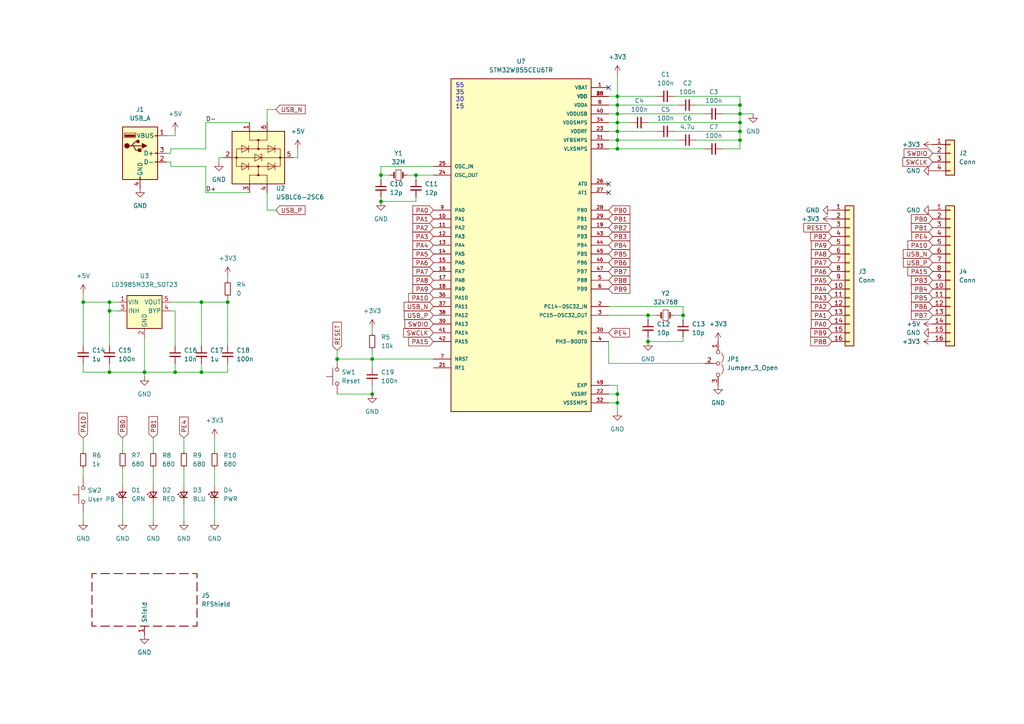
<source format=kicad_sch>
(kicad_sch (version 20211123) (generator eeschema)
  (paper "A4")
  (lib_symbols
    (symbol "+5V_1" (power) (pin_numbers hide) (pin_names (offset 0) hide)
      (property "Value" "+5V_1" (at 0 3.556 0))
      (symbol "+5V_1_0_1"
        (polyline (pts (xy -0.762 1.27) (xy 0 2.54)))
        (polyline (pts (xy 0 0) (xy 0 2.54)))
        (polyline (pts (xy 0 2.54) (xy 0.762 1.27)))
      )
      (symbol "+5V_1_1_1"
        (pin power_in line (at 0 0 90) (length 0) hide (name "+5V") (number "1"))
      )
    )
    (symbol "Connector:USB_A" (pin_names (offset 1.016))
      (property "Reference" "J?" (at 0 12.7 0))
      (property "Value" "USB_A" (at 0 10.16 0))
      (symbol "USB_A_0_1"
        (rectangle (start -5.08 -7.62) (end 5.08 7.62) (stroke (width 0.254)) (fill (type background)))
        (circle (center -3.81 2.159) (radius 0.635) (stroke (width 0.254)) (fill (type outline)))
        (rectangle (start -1.524 4.826) (end -4.318 5.334) (fill (type outline)))
        (rectangle (start -1.27 4.572) (end -4.572 5.842))
        (circle (center -0.635 3.429) (radius 0.381) (stroke (width 0.254)) (fill (type outline)))
        (rectangle (start -0.127 -7.62) (end 0.127 -6.858))
        (polyline (pts (xy -3.175 2.159) (xy -2.54 2.159) (xy -1.27 3.429) (xy -0.635 3.429)) (stroke (width 0.254)))
        (polyline (pts (xy -2.54 2.159) (xy -1.905 2.159) (xy -1.27 0.889) (xy 0 0.889)) (stroke (width 0.254)))
        (polyline (pts (xy 0.635 2.794) (xy 0.635 1.524) (xy 1.905 2.159) (xy 0.635 2.794)) (stroke (width 0.254)) (fill (type outline)))
        (rectangle (start 0.254 1.27) (end -0.508 0.508) (stroke (width 0.254)) (fill (type outline)))
        (rectangle (start 5.08 -2.667) (end 4.318 -2.413))
        (rectangle (start 5.08 -0.127) (end 4.318 0.127))
        (rectangle (start 5.08 4.953) (end 4.318 5.207))
      )
      (symbol "USB_A_1_1"
        (polyline (pts (xy -1.905 2.159) (xy 0.635 2.159)) (stroke (width 0.254)))
        (pin power_in line (at 7.62 5.08 180) (length 2.54) (name "VBUS") (number "1"))
        (pin bidirectional line (at 7.62 -2.54 180) (length 2.54) (name "D-") (number "2"))
        (pin bidirectional line (at 7.62 0 180) (length 2.54) (name "D+") (number "3"))
        (pin power_in line (at 0 -10.16 90) (length 2.54) (name "GND") (number "4"))
      )
    )
    (symbol "Connector_Generic:Conn_01x04" (pin_names (offset 1.016) hide)
      (property "Reference" "J" (at 0 5.08 0))
      (property "Value" "Conn_01x04" (at 0 -7.62 0))
      (symbol "Conn_01x04_1_1"
        (rectangle (start -1.27 -4.953) (end 0 -5.207) (stroke (width 0.1524)))
        (rectangle (start -1.27 -2.413) (end 0 -2.667) (stroke (width 0.1524)))
        (rectangle (start -1.27 0.127) (end 0 -0.127) (stroke (width 0.1524)))
        (rectangle (start -1.27 2.667) (end 0 2.413) (stroke (width 0.1524)))
        (rectangle (start -1.27 3.81) (end 1.27 -6.35) (stroke (width 0.254)) (fill (type background)))
        (pin passive line (at -5.08 2.54 0) (length 3.81) (name "Pin_1") (number "1"))
        (pin passive line (at -5.08 0 0) (length 3.81) (name "Pin_2") (number "2"))
        (pin passive line (at -5.08 -2.54 0) (length 3.81) (name "Pin_3") (number "3"))
        (pin passive line (at -5.08 -5.08 0) (length 3.81) (name "Pin_4") (number "4"))
      )
    )
    (symbol "Connector_Generic:Conn_01x16" (pin_names (offset 1.016) hide)
      (property "Reference" "J" (at 0 20.32 0))
      (property "Value" "Conn_01x16" (at 0 -22.86 0))
      (symbol "Conn_01x16_1_1"
        (rectangle (start -1.27 -20.193) (end 0 -20.447) (stroke (width 0.1524)))
        (rectangle (start -1.27 -17.653) (end 0 -17.907) (stroke (width 0.1524)))
        (rectangle (start -1.27 -15.113) (end 0 -15.367) (stroke (width 0.1524)))
        (rectangle (start -1.27 -12.573) (end 0 -12.827) (stroke (width 0.1524)))
        (rectangle (start -1.27 -10.033) (end 0 -10.287) (stroke (width 0.1524)))
        (rectangle (start -1.27 -7.493) (end 0 -7.747) (stroke (width 0.1524)))
        (rectangle (start -1.27 -4.953) (end 0 -5.207) (stroke (width 0.1524)))
        (rectangle (start -1.27 -2.413) (end 0 -2.667) (stroke (width 0.1524)))
        (rectangle (start -1.27 0.127) (end 0 -0.127) (stroke (width 0.1524)))
        (rectangle (start -1.27 2.667) (end 0 2.413) (stroke (width 0.1524)))
        (rectangle (start -1.27 5.207) (end 0 4.953) (stroke (width 0.1524)))
        (rectangle (start -1.27 7.747) (end 0 7.493) (stroke (width 0.1524)))
        (rectangle (start -1.27 10.287) (end 0 10.033) (stroke (width 0.1524)))
        (rectangle (start -1.27 12.827) (end 0 12.573) (stroke (width 0.1524)))
        (rectangle (start -1.27 15.367) (end 0 15.113) (stroke (width 0.1524)))
        (rectangle (start -1.27 17.907) (end 0 17.653) (stroke (width 0.1524)))
        (rectangle (start -1.27 19.05) (end 1.27 -21.59) (stroke (width 0.254)) (fill (type background)))
        (pin passive line (at -5.08 17.78 0) (length 3.81) (name "Pin_1") (number "1"))
        (pin passive line (at -5.08 -5.08 0) (length 3.81) (name "Pin_10") (number "10"))
        (pin passive line (at -5.08 -7.62 0) (length 3.81) (name "Pin_11") (number "11"))
        (pin passive line (at -5.08 -10.16 0) (length 3.81) (name "Pin_12") (number "12"))
        (pin passive line (at -5.08 -12.7 0) (length 3.81) (name "Pin_13") (number "13"))
        (pin passive line (at -5.08 -15.24 0) (length 3.81) (name "Pin_14") (number "14"))
        (pin passive line (at -5.08 -17.78 0) (length 3.81) (name "Pin_15") (number "15"))
        (pin passive line (at -5.08 -20.32 0) (length 3.81) (name "Pin_16") (number "16"))
        (pin passive line (at -5.08 15.24 0) (length 3.81) (name "Pin_2") (number "2"))
        (pin passive line (at -5.08 12.7 0) (length 3.81) (name "Pin_3") (number "3"))
        (pin passive line (at -5.08 10.16 0) (length 3.81) (name "Pin_4") (number "4"))
        (pin passive line (at -5.08 7.62 0) (length 3.81) (name "Pin_5") (number "5"))
        (pin passive line (at -5.08 5.08 0) (length 3.81) (name "Pin_6") (number "6"))
        (pin passive line (at -5.08 2.54 0) (length 3.81) (name "Pin_7") (number "7"))
        (pin passive line (at -5.08 0 0) (length 3.81) (name "Pin_8") (number "8"))
        (pin passive line (at -5.08 -2.54 0) (length 3.81) (name "Pin_9") (number "9"))
      )
    )
    (symbol "Device:C_Small" (pin_numbers hide) (pin_names (offset 0.254) hide)
      (property "Reference" "C" (at 0.254 1.778 0))
      (property "Value" "C_Small" (at 0.254 -2.032 0))
      (symbol "C_Small_0_1"
        (polyline (pts (xy -1.524 -0.508) (xy 1.524 -0.508)) (stroke (width 0.3302)))
        (polyline (pts (xy -1.524 0.508) (xy 1.524 0.508)) (stroke (width 0.3048)))
      )
      (symbol "C_Small_1_1"
        (pin passive line (at 0 2.54 270) (length 2.032) (name "~") (number "1"))
        (pin passive line (at 0 -2.54 90) (length 2.032) (name "~") (number "2"))
      )
    )
    (symbol "Device:Crystal_Small" (pin_numbers hide) (pin_names (offset 1.016) hide)
      (property "Reference" "Y" (at 0 2.54 0))
      (property "Value" "Crystal_Small" (at 0 -2.54 0))
      (symbol "Crystal_Small_0_1"
        (rectangle (start -0.762 -1.524) (end 0.762 1.524))
        (polyline (pts (xy -1.27 -0.762) (xy -1.27 0.762)) (stroke (width 0.381)))
        (polyline (pts (xy 1.27 -0.762) (xy 1.27 0.762)) (stroke (width 0.381)))
      )
      (symbol "Crystal_Small_1_1"
        (pin passive line (at -2.54 0 0) (length 1.27) (name "1") (number "1"))
        (pin passive line (at 2.54 0 180) (length 1.27) (name "2") (number "2"))
      )
    )
    (symbol "Device:LED_Small" (pin_numbers hide) (pin_names (offset 0.254) hide)
      (property "Reference" "D" (at -1.27 3.175 0))
      (property "Value" "LED_Small" (at -4.445 -2.54 0))
      (symbol "LED_Small_0_1"
        (polyline (pts (xy -0.762 -1.016) (xy -0.762 1.016)) (stroke (width 0.254)))
        (polyline (pts (xy 1.016 0) (xy -0.762 0)))
        (polyline (pts (xy 0.762 -1.016) (xy -0.762 0) (xy 0.762 1.016) (xy 0.762 -1.016)) (stroke (width 0.254)))
        (polyline (pts (xy 0 0.762) (xy -0.508 1.27) (xy -0.254 1.27) (xy -0.508 1.27) (xy -0.508 1.016)))
        (polyline (pts (xy 0.508 1.27) (xy 0 1.778) (xy 0.254 1.778) (xy 0 1.778) (xy 0 1.524)))
      )
      (symbol "LED_Small_1_1"
        (pin passive line (at -2.54 0 0) (length 1.778) (name "K") (number "1"))
        (pin passive line (at 2.54 0 180) (length 1.778) (name "A") (number "2"))
      )
    )
    (symbol "Device:RFShield_OnePiece" (pin_names (offset 1.016))
      (property "Reference" "J" (at 0 5.08 0))
      (property "Value" "RFShield_OnePiece" (at 0 2.54 0))
      (symbol "RFShield_OnePiece_0_1"
        (polyline (pts (xy -15.24 -5.08) (xy -15.24 -2.54)) (stroke (width 0.254)))
        (polyline (pts (xy -15.24 -1.27) (xy -15.24 1.27)) (stroke (width 0.254)))
        (polyline (pts (xy -15.24 2.54) (xy -15.24 5.08)) (stroke (width 0.254)))
        (polyline (pts (xy -12.7 7.62) (xy -10.16 7.62)) (stroke (width 0.254)))
        (polyline (pts (xy -10.16 -7.62) (xy -12.7 -7.62)) (stroke (width 0.254)))
        (polyline (pts (xy -6.35 -7.62) (xy -8.89 -7.62)) (stroke (width 0.254)))
        (polyline (pts (xy -6.35 7.62) (xy -8.89 7.62)) (stroke (width 0.254)))
        (polyline (pts (xy -2.54 -7.62) (xy -5.08 -7.62)) (stroke (width 0.254)))
        (polyline (pts (xy -2.54 7.62) (xy -5.08 7.62)) (stroke (width 0.254)))
        (polyline (pts (xy -1.27 -7.62) (xy 1.27 -7.62)) (stroke (width 0.254)))
        (polyline (pts (xy 1.27 7.62) (xy -1.27 7.62)) (stroke (width 0.254)))
        (polyline (pts (xy 2.54 -7.62) (xy 5.08 -7.62)) (stroke (width 0.254)))
        (polyline (pts (xy 5.08 7.62) (xy 2.54 7.62)) (stroke (width 0.254)))
        (polyline (pts (xy 6.35 -7.62) (xy 8.89 -7.62)) (stroke (width 0.254)))
        (polyline (pts (xy 8.89 7.62) (xy 6.35 7.62)) (stroke (width 0.254)))
        (polyline (pts (xy 10.16 -7.62) (xy 12.7 -7.62)) (stroke (width 0.254)))
        (polyline (pts (xy 12.7 7.62) (xy 10.16 7.62)) (stroke (width 0.254)))
        (polyline (pts (xy 15.24 -5.08) (xy 15.24 -2.54)) (stroke (width 0.254)))
        (polyline (pts (xy 15.24 -1.27) (xy 15.24 1.27)) (stroke (width 0.254)))
        (polyline (pts (xy 15.24 2.54) (xy 15.24 5.08)) (stroke (width 0.254)))
        (polyline (pts (xy -15.24 6.35) (xy -15.24 7.62) (xy -13.97 7.62)) (stroke (width 0.254)))
        (polyline (pts (xy -13.97 -7.62) (xy -15.24 -7.62) (xy -15.24 -6.35)) (stroke (width 0.254)))
        (polyline (pts (xy 13.97 -7.62) (xy 15.24 -7.62) (xy 15.24 -6.35)) (stroke (width 0.254)))
        (polyline (pts (xy 15.24 6.35) (xy 15.24 7.62) (xy 13.97 7.62)) (stroke (width 0.254)))
      )
      (symbol "RFShield_OnePiece_1_1"
        (pin passive line (at 0 -10.16 90) (length 2.54) (name "Shield") (number "1"))
      )
    )
    (symbol "Device:R_Small" (pin_numbers hide) (pin_names (offset 0.254) hide)
      (property "Reference" "R" (at 0.762 0.508 0))
      (property "Value" "R_Small" (at 0.762 -1.016 0))
      (symbol "R_Small_0_1"
        (rectangle (start -0.762 1.778) (end 0.762 -1.778) (stroke (width 0.2032)))
      )
      (symbol "R_Small_1_1"
        (pin passive line (at 0 2.54 270) (length 0.762) (name "~") (number "1"))
        (pin passive line (at 0 -2.54 90) (length 0.762) (name "~") (number "2"))
      )
    )
    (symbol "GND_1" (power) (pin_numbers hide) (pin_names (offset 0) hide)
      (property "Value" "GND_1" (at 0 -3.81 0))
      (symbol "GND_1_0_1"
        (polyline (pts (xy 0 0) (xy 0 -1.27) (xy 1.27 -1.27) (xy 0 -2.54) (xy -1.27 -1.27) (xy 0 -1.27)))
      )
      (symbol "GND_1_1_1"
        (pin power_in line (at 0 0 270) (length 0) hide (name "GND") (number "1"))
      )
    )
    (symbol "Jumper:Jumper_3_Open" (pin_names (offset 0) hide)
      (property "Reference" "JP" (at -2.54 -2.54 0))
      (property "Value" "Jumper_3_Open" (at 0 2.794 0))
      (symbol "Jumper_3_Open_0_0"
        (circle (center -3.302 0) (radius 0.508))
        (circle (center 0 0) (radius 0.508))
        (circle (center 3.302 0) (radius 0.508))
      )
      (symbol "Jumper_3_Open_0_1"
        (arc (start -0.254 1.016) (mid -1.651 1.4992) (end -3.048 1.016))
        (polyline (pts (xy 0 -0.508) (xy 0 -1.27)))
        (arc (start 3.048 1.016) (mid 1.651 1.4992) (end 0.254 1.016))
      )
      (symbol "Jumper_3_Open_1_1"
        (pin passive line (at -6.35 0 0) (length 2.54) (name "A") (number "1"))
        (pin input line (at 0 -3.81 90) (length 2.54) (name "C") (number "2"))
        (pin passive line (at 6.35 0 180) (length 2.54) (name "B") (number "3"))
      )
    )
    (symbol "Power_Protection:USBLC6-2SC6" (pin_names hide)
      (property "Reference" "U" (at 2.54 8.89 0))
      (property "Value" "USBLC6-2SC6" (at 2.54 -8.89 0))
      (symbol "USBLC6-2SC6_0_1"
        (rectangle (start -7.62 -7.62) (end 7.62 7.62) (stroke (width 0.254)) (fill (type background)))
        (circle (center -5.08 0) (radius 0.254) (fill (type outline)))
        (circle (center -2.54 0) (radius 0.254) (fill (type outline)))
        (rectangle (start -2.54 6.35) (end 2.54 -6.35))
        (circle (center 0 -6.35) (radius 0.254) (fill (type outline)))
        (polyline (pts (xy -5.08 -2.54) (xy -7.62 -2.54)))
        (polyline (pts (xy -5.08 0) (xy -5.08 -2.54)))
        (polyline (pts (xy -5.08 2.54) (xy -7.62 2.54)))
        (polyline (pts (xy -1.524 -2.794) (xy -3.556 -2.794)))
        (polyline (pts (xy -1.524 4.826) (xy -3.556 4.826)))
        (polyline (pts (xy 0 -7.62) (xy 0 -6.35)))
        (polyline (pts (xy 0 -6.35) (xy 0 1.27)))
        (polyline (pts (xy 0 1.27) (xy 0 6.35)))
        (polyline (pts (xy 0 6.35) (xy 0 7.62)))
        (polyline (pts (xy 1.524 -2.794) (xy 3.556 -2.794)))
        (polyline (pts (xy 1.524 4.826) (xy 3.556 4.826)))
        (polyline (pts (xy 5.08 -2.54) (xy 7.62 -2.54)))
        (polyline (pts (xy 5.08 0) (xy 5.08 -2.54)))
        (polyline (pts (xy 5.08 2.54) (xy 7.62 2.54)))
        (polyline (pts (xy -2.54 0) (xy -5.08 0) (xy -5.08 2.54)))
        (polyline (pts (xy 2.54 0) (xy 5.08 0) (xy 5.08 2.54)))
        (polyline (pts (xy -3.556 -4.826) (xy -1.524 -4.826) (xy -2.54 -2.794) (xy -3.556 -4.826)))
        (polyline (pts (xy -3.556 2.794) (xy -1.524 2.794) (xy -2.54 4.826) (xy -3.556 2.794)))
        (polyline (pts (xy -1.016 -1.016) (xy 1.016 -1.016) (xy 0 1.016) (xy -1.016 -1.016)))
        (polyline (pts (xy 1.016 1.016) (xy 0.762 1.016) (xy -1.016 1.016) (xy -1.016 0.508)))
        (polyline (pts (xy 3.556 -4.826) (xy 1.524 -4.826) (xy 2.54 -2.794) (xy 3.556 -4.826)))
        (polyline (pts (xy 3.556 2.794) (xy 1.524 2.794) (xy 2.54 4.826) (xy 3.556 2.794)))
        (circle (center 0 6.35) (radius 0.254) (fill (type outline)))
        (circle (center 2.54 0) (radius 0.254) (fill (type outline)))
        (circle (center 5.08 0) (radius 0.254) (fill (type outline)))
      )
      (symbol "USBLC6-2SC6_1_1"
        (pin passive line (at -10.16 -2.54 0) (length 2.54) (name "I/O1") (number "1"))
        (pin passive line (at 0 -10.16 90) (length 2.54) (name "GND") (number "2"))
        (pin passive line (at 10.16 -2.54 180) (length 2.54) (name "I/O2") (number "3"))
        (pin passive line (at 10.16 2.54 180) (length 2.54) (name "I/O2") (number "4"))
        (pin passive line (at 0 10.16 270) (length 2.54) (name "VBUS") (number "5"))
        (pin passive line (at -10.16 2.54 0) (length 2.54) (name "I/O1") (number "6"))
      )
    )
    (symbol "Regulator_Linear:LD3985M33R_SOT23" (pin_names (offset 0.254))
      (property "Reference" "U" (at -3.81 5.715 0))
      (property "Value" "LD3985M33R_SOT23" (at 0 5.715 0))
      (symbol "LD3985M33R_SOT23_0_1"
        (rectangle (start -5.08 4.445) (end 5.08 -5.08) (stroke (width 0.254)) (fill (type background)))
      )
      (symbol "LD3985M33R_SOT23_1_1"
        (pin power_in line (at -7.62 2.54 0) (length 2.54) (name "VIN") (number "1"))
        (pin power_in line (at 0 -7.62 90) (length 2.54) (name "GND") (number "2"))
        (pin input line (at -7.62 0 0) (length 2.54) (name "INH") (number "3"))
        (pin input line (at 7.62 0 180) (length 2.54) (name "BYP") (number "4"))
        (pin power_out line (at 7.62 2.54 180) (length 2.54) (name "VOUT") (number "5"))
      )
    )
    (symbol "STM32WBxx:STM32WB55CEU6TR" (pin_names (offset 1.016))
      (property "Reference" "U" (at -20.32 48.26 0))
      (property "Value" "STM32WB55CEU6TR" (at -20.32 -50.8 0))
      (symbol "STM32WB55CEU6TR_0_0"
        (rectangle (start -20.32 -48.26) (end 20.32 48.26) (stroke (width 0.254)) (fill (type background)))
        (pin power_in line (at 25.4 45.72 180) (length 5.08) (name "VBAT") (number "1"))
        (pin bidirectional line (at -25.4 7.62 0) (length 5.08) (name "PA1") (number "10"))
        (pin bidirectional line (at -25.4 5.08 0) (length 5.08) (name "PA2") (number "11"))
        (pin bidirectional line (at -25.4 2.54 0) (length 5.08) (name "PA3") (number "12"))
        (pin bidirectional line (at -25.4 0 0) (length 5.08) (name "PA4") (number "13"))
        (pin bidirectional line (at -25.4 -2.54 0) (length 5.08) (name "PA5") (number "14"))
        (pin bidirectional line (at -25.4 -5.08 0) (length 5.08) (name "PA6") (number "15"))
        (pin bidirectional line (at -25.4 -7.62 0) (length 5.08) (name "PA7") (number "16"))
        (pin bidirectional line (at -25.4 -10.16 0) (length 5.08) (name "PA8") (number "17"))
        (pin bidirectional line (at -25.4 -12.7 0) (length 5.08) (name "PA9") (number "18"))
        (pin bidirectional line (at 25.4 5.08 180) (length 5.08) (name "PB2") (number "19"))
        (pin bidirectional line (at 25.4 -17.78 180) (length 5.08) (name "PC14-OSC32_IN") (number "2"))
        (pin power_in line (at 25.4 43.18 180) (length 5.08) (name "VDD") (number "20"))
        (pin bidirectional line (at -25.4 -35.56 0) (length 5.08) (name "RF1") (number "21"))
        (pin power_in line (at 25.4 -43.18 180) (length 5.08) (name "VSSRF") (number "22"))
        (pin power_in line (at 25.4 33.02 180) (length 5.08) (name "VDDRF") (number "23"))
        (pin output line (at -25.4 20.32 0) (length 5.08) (name "OSC_OUT") (number "24"))
        (pin input line (at -25.4 22.86 0) (length 5.08) (name "OSC_IN") (number "25"))
        (pin output line (at 25.4 17.78 180) (length 5.08) (name "AT0") (number "26"))
        (pin output line (at 25.4 15.24 180) (length 5.08) (name "AT1") (number "27"))
        (pin bidirectional line (at 25.4 10.16 180) (length 5.08) (name "PB0") (number "28"))
        (pin bidirectional line (at 25.4 7.62 180) (length 5.08) (name "PB1") (number "29"))
        (pin bidirectional line (at 25.4 -20.32 180) (length 5.08) (name "PC15-OSC32_OUT") (number "3"))
        (pin bidirectional line (at 25.4 -25.4 180) (length 5.08) (name "PE4") (number "30"))
        (pin power_in line (at 25.4 30.48 180) (length 5.08) (name "VFBSMPS") (number "31"))
        (pin power_in line (at 25.4 -45.72 180) (length 5.08) (name "VSSSMPS") (number "32"))
        (pin power_in line (at 25.4 27.94 180) (length 5.08) (name "VLXSMPS") (number "33"))
        (pin power_in line (at 25.4 35.56 180) (length 5.08) (name "VDDSMPS") (number "34"))
        (pin power_in line (at 25.4 43.18 180) (length 5.08) (name "VDD") (number "35"))
        (pin bidirectional line (at -25.4 -15.24 0) (length 5.08) (name "PA10") (number "36"))
        (pin bidirectional line (at -25.4 -17.78 0) (length 5.08) (name "PA11") (number "37"))
        (pin bidirectional line (at -25.4 -20.32 0) (length 5.08) (name "PA12") (number "38"))
        (pin bidirectional line (at -25.4 -22.86 0) (length 5.08) (name "PA13") (number "39"))
        (pin bidirectional line (at 25.4 -27.94 180) (length 5.08) (name "PH3-BOOT0") (number "4"))
        (pin power_in line (at 25.4 38.1 180) (length 5.08) (name "VDDUSB") (number "40"))
        (pin bidirectional line (at -25.4 -25.4 0) (length 5.08) (name "PA14") (number "41"))
        (pin bidirectional line (at -25.4 -27.94 0) (length 5.08) (name "PA15") (number "42"))
        (pin bidirectional line (at 25.4 2.54 180) (length 5.08) (name "PB3") (number "43"))
        (pin bidirectional line (at 25.4 0 180) (length 5.08) (name "PB4") (number "44"))
        (pin bidirectional line (at 25.4 -2.54 180) (length 5.08) (name "PB5") (number "45"))
        (pin bidirectional line (at 25.4 -5.08 180) (length 5.08) (name "PB6") (number "46"))
        (pin bidirectional line (at 25.4 -7.62 180) (length 5.08) (name "PB7") (number "47"))
        (pin power_in line (at 25.4 43.18 180) (length 5.08) (name "VDD") (number "48"))
        (pin power_in line (at 25.4 -40.64 180) (length 5.08) (name "EXP") (number "49"))
        (pin bidirectional line (at 25.4 -10.16 180) (length 5.08) (name "PB8") (number "5"))
        (pin bidirectional line (at 25.4 -12.7 180) (length 5.08) (name "PB9") (number "6"))
        (pin bidirectional line (at -25.4 -33.02 0) (length 5.08) (name "NRST") (number "7"))
        (pin power_in line (at 25.4 40.64 180) (length 5.08) (name "VDDA") (number "8"))
        (pin bidirectional line (at -25.4 10.16 0) (length 5.08) (name "PA0") (number "9"))
      )
    )
    (symbol "Switch:SW_Push" (pin_numbers hide) (pin_names (offset 1.016) hide)
      (property "Reference" "SW" (at 1.27 2.54 0))
      (property "Value" "SW_Push" (at 0 -1.524 0))
      (symbol "SW_Push_0_1"
        (circle (center -2.032 0) (radius 0.508))
        (polyline (pts (xy 0 1.27) (xy 0 3.048)))
        (polyline (pts (xy 2.54 1.27) (xy -2.54 1.27)))
        (circle (center 2.032 0) (radius 0.508))
        (pin passive line (at -5.08 0 0) (length 2.54) (name "1") (number "1"))
        (pin passive line (at 5.08 0 180) (length 2.54) (name "2") (number "2"))
      )
    )
    (symbol "power:+3.3V" (power) (pin_numbers hide) (pin_names (offset 0) hide)
      (property "Value" "+3.3V" (at 0 3.556 0))
      (symbol "+3.3V_0_1"
        (polyline (pts (xy -0.762 1.27) (xy 0 2.54)))
        (polyline (pts (xy 0 0) (xy 0 2.54)))
        (polyline (pts (xy 0 2.54) (xy 0.762 1.27)))
      )
      (symbol "+3.3V_1_1"
        (pin power_in line (at 0 0 90) (length 0) hide (name "+3V3") (number "1"))
      )
    )
    (symbol "power:+5V" (power) (pin_numbers hide) (pin_names (offset 0) hide)
      (property "Value" "+5V" (at 0 3.556 0))
      (symbol "+5V_0_1"
        (polyline (pts (xy -0.762 1.27) (xy 0 2.54)))
        (polyline (pts (xy 0 0) (xy 0 2.54)))
        (polyline (pts (xy 0 2.54) (xy 0.762 1.27)))
      )
      (symbol "+5V_1_1"
        (pin power_in line (at 0 0 90) (length 0) hide (name "+5V") (number "1"))
      )
    )
    (symbol "power:GND" (power) (pin_numbers hide) (pin_names (offset 0) hide)
      (property "Value" "GND" (at 0 -3.81 0))
      (symbol "GND_0_1"
        (polyline (pts (xy 0 0) (xy 0 -1.27) (xy 1.27 -1.27) (xy 0 -2.54) (xy -1.27 -1.27) (xy 0 -1.27)))
      )
      (symbol "GND_1_1"
        (pin power_in line (at 0 0 270) (length 0) hide (name "GND") (number "1"))
      )
    )
  )
  (junction (at 110.49 58.42))
  (junction (at 58.42 107.95))
  (junction (at 31.75 90.17))
  (junction (at 179.07 35.56))
  (junction (at 24.13 87.63))
  (junction (at 179.07 38.1))
  (junction (at 120.65 50.8))
  (junction (at 107.95 104.14))
  (junction (at 107.95 114.3))
  (junction (at 214.63 30.48))
  (junction (at 179.07 40.64))
  (junction (at 198.12 91.44))
  (junction (at 97.79 104.14))
  (junction (at 110.49 50.8))
  (junction (at 179.07 116.84))
  (junction (at 179.07 114.3))
  (junction (at 179.07 27.94))
  (junction (at 179.07 30.48))
  (junction (at 50.8 107.95))
  (junction (at 31.75 87.63))
  (junction (at 187.96 99.06))
  (junction (at 214.63 38.1))
  (junction (at 31.75 107.95))
  (junction (at 179.07 43.18))
  (junction (at 66.04 87.63))
  (junction (at 58.42 87.63))
  (junction (at 179.07 33.02))
  (junction (at 214.63 35.56))
  (junction (at 187.96 91.44))
  (junction (at 214.63 40.64))
  (junction (at 214.63 33.02))
  (junction (at 41.91 107.95))
  (no_connect (at 176.53 55.88))
  (no_connect (at 176.53 53.34))
  (no_connect (at 176.53 25.4))
  (wire (pts (xy 59.69 35.56) (xy 59.69 43.18)))
  (wire (pts (xy 179.07 33.02) (xy 179.07 35.56)))
  (wire (pts (xy 34.29 90.17) (xy 31.75 90.17)))
  (wire (pts (xy 77.47 60.96) (xy 77.47 55.88)))
  (wire (pts (xy 24.13 148.59) (xy 24.13 151.13)))
  (wire (pts (xy 195.58 38.1) (xy 214.63 38.1)))
  (wire (pts (xy 66.04 87.63) (xy 66.04 100.33)))
  (wire (pts (xy 214.63 38.1) (xy 214.63 35.56)))
  (wire (pts (xy 49.53 46.99) (xy 49.53 48.26)))
  (wire (pts (xy 198.12 88.9) (xy 198.12 91.44)))
  (wire (pts (xy 214.63 40.64) (xy 214.63 38.1)))
  (wire (pts (xy 198.12 97.79) (xy 198.12 99.06)))
  (wire (pts (xy 179.07 27.94) (xy 190.5 27.94)))
  (wire (pts (xy 187.96 35.56) (xy 214.63 35.56)))
  (wire (pts (xy 179.07 38.1) (xy 179.07 40.64)))
  (wire (pts (xy 59.69 55.88) (xy 72.39 55.88)))
  (wire (pts (xy 201.93 40.64) (xy 214.63 40.64)))
  (wire (pts (xy 49.53 87.63) (xy 58.42 87.63)))
  (wire (pts (xy 176.53 116.84) (xy 179.07 116.84)))
  (wire (pts (xy 31.75 105.41) (xy 31.75 107.95)))
  (wire (pts (xy 198.12 99.06) (xy 187.96 99.06)))
  (wire (pts (xy 24.13 85.09) (xy 24.13 87.63)))
  (wire (pts (xy 58.42 87.63) (xy 58.42 100.33)))
  (wire (pts (xy 41.91 107.95) (xy 41.91 109.22)))
  (wire (pts (xy 176.53 99.06) (xy 176.53 105.41)))
  (wire (pts (xy 107.95 95.25) (xy 107.95 96.52)))
  (wire (pts (xy 110.49 50.8) (xy 110.49 52.07)))
  (wire (pts (xy 176.53 35.56) (xy 179.07 35.56)))
  (wire (pts (xy 53.34 135.89) (xy 53.34 140.97)))
  (wire (pts (xy 58.42 107.95) (xy 66.04 107.95)))
  (wire (pts (xy 35.56 146.05) (xy 35.56 151.13)))
  (wire (pts (xy 110.49 48.26) (xy 110.49 50.8)))
  (wire (pts (xy 24.13 105.41) (xy 24.13 107.95)))
  (wire (pts (xy 179.07 40.64) (xy 196.85 40.64)))
  (wire (pts (xy 201.93 30.48) (xy 214.63 30.48)))
  (wire (pts (xy 50.8 39.37) (xy 50.8 38.1)))
  (wire (pts (xy 58.42 105.41) (xy 58.42 107.95)))
  (wire (pts (xy 179.07 111.76) (xy 179.07 114.3)))
  (wire (pts (xy 179.07 27.94) (xy 179.07 30.48)))
  (wire (pts (xy 97.79 101.6) (xy 97.79 104.14)))
  (wire (pts (xy 179.07 114.3) (xy 179.07 116.84)))
  (wire (pts (xy 179.07 33.02) (xy 204.47 33.02)))
  (wire (pts (xy 48.26 44.45) (xy 49.53 44.45)))
  (wire (pts (xy 24.13 87.63) (xy 31.75 87.63)))
  (wire (pts (xy 66.04 105.41) (xy 66.04 107.95)))
  (wire (pts (xy 195.58 91.44) (xy 198.12 91.44)))
  (wire (pts (xy 49.53 48.26) (xy 59.69 48.26)))
  (wire (pts (xy 209.55 43.18) (xy 214.63 43.18)))
  (wire (pts (xy 24.13 87.63) (xy 24.13 100.33)))
  (wire (pts (xy 209.55 33.02) (xy 214.63 33.02)))
  (wire (pts (xy 41.91 107.95) (xy 50.8 107.95)))
  (wire (pts (xy 176.53 27.94) (xy 179.07 27.94)))
  (wire (pts (xy 176.53 105.41) (xy 204.47 105.41)))
  (wire (pts (xy 86.36 45.72) (xy 85.09 45.72)))
  (wire (pts (xy 187.96 97.79) (xy 187.96 99.06)))
  (wire (pts (xy 110.49 50.8) (xy 113.03 50.8)))
  (wire (pts (xy 214.63 30.48) (xy 214.63 27.94)))
  (wire (pts (xy 44.45 135.89) (xy 44.45 140.97)))
  (wire (pts (xy 120.65 50.8) (xy 120.65 52.07)))
  (wire (pts (xy 214.63 33.02) (xy 218.44 33.02)))
  (wire (pts (xy 53.34 146.05) (xy 53.34 151.13)))
  (wire (pts (xy 176.53 114.3) (xy 179.07 114.3)))
  (wire (pts (xy 66.04 80.01) (xy 66.04 81.28)))
  (wire (pts (xy 58.42 87.63) (xy 66.04 87.63)))
  (wire (pts (xy 198.12 91.44) (xy 198.12 92.71)))
  (wire (pts (xy 97.79 114.3) (xy 107.95 114.3)))
  (wire (pts (xy 80.01 60.96) (xy 77.47 60.96)))
  (wire (pts (xy 214.63 43.18) (xy 214.63 40.64)))
  (wire (pts (xy 176.53 30.48) (xy 179.07 30.48)))
  (wire (pts (xy 179.07 30.48) (xy 196.85 30.48)))
  (wire (pts (xy 125.73 104.14) (xy 107.95 104.14)))
  (wire (pts (xy 179.07 35.56) (xy 182.88 35.56)))
  (wire (pts (xy 107.95 104.14) (xy 107.95 106.68)))
  (wire (pts (xy 24.13 107.95) (xy 31.75 107.95)))
  (wire (pts (xy 24.13 127) (xy 24.13 130.81)))
  (wire (pts (xy 31.75 87.63) (xy 34.29 87.63)))
  (wire (pts (xy 31.75 87.63) (xy 31.75 90.17)))
  (wire (pts (xy 44.45 146.05) (xy 44.45 151.13)))
  (wire (pts (xy 63.5 45.72) (xy 64.77 45.72)))
  (wire (pts (xy 41.91 97.79) (xy 41.91 107.95)))
  (wire (pts (xy 179.07 38.1) (xy 190.5 38.1)))
  (wire (pts (xy 31.75 90.17) (xy 31.75 100.33)))
  (wire (pts (xy 179.07 43.18) (xy 204.47 43.18)))
  (wire (pts (xy 97.79 104.14) (xy 107.95 104.14)))
  (wire (pts (xy 179.07 21.59) (xy 179.07 27.94)))
  (wire (pts (xy 48.26 39.37) (xy 50.8 39.37)))
  (wire (pts (xy 214.63 33.02) (xy 214.63 30.48)))
  (wire (pts (xy 187.96 91.44) (xy 187.96 92.71)))
  (wire (pts (xy 176.53 91.44) (xy 187.96 91.44)))
  (wire (pts (xy 179.07 40.64) (xy 179.07 43.18)))
  (wire (pts (xy 50.8 105.41) (xy 50.8 107.95)))
  (wire (pts (xy 35.56 135.89) (xy 35.56 140.97)))
  (wire (pts (xy 59.69 43.18) (xy 49.53 43.18)))
  (wire (pts (xy 110.49 57.15) (xy 110.49 58.42)))
  (wire (pts (xy 62.23 127) (xy 62.23 130.81)))
  (wire (pts (xy 125.73 48.26) (xy 110.49 48.26)))
  (wire (pts (xy 187.96 91.44) (xy 190.5 91.44)))
  (wire (pts (xy 176.53 40.64) (xy 179.07 40.64)))
  (wire (pts (xy 31.75 107.95) (xy 41.91 107.95)))
  (wire (pts (xy 49.53 90.17) (xy 50.8 90.17)))
  (wire (pts (xy 176.53 33.02) (xy 179.07 33.02)))
  (wire (pts (xy 120.65 50.8) (xy 125.73 50.8)))
  (wire (pts (xy 49.53 44.45) (xy 49.53 43.18)))
  (wire (pts (xy 62.23 146.05) (xy 62.23 151.13)))
  (wire (pts (xy 44.45 127) (xy 44.45 130.81)))
  (wire (pts (xy 86.36 43.18) (xy 86.36 45.72)))
  (wire (pts (xy 176.53 43.18) (xy 179.07 43.18)))
  (wire (pts (xy 72.39 35.56) (xy 59.69 35.56)))
  (wire (pts (xy 107.95 101.6) (xy 107.95 104.14)))
  (wire (pts (xy 50.8 90.17) (xy 50.8 100.33)))
  (wire (pts (xy 176.53 38.1) (xy 179.07 38.1)))
  (wire (pts (xy 53.34 127) (xy 53.34 130.81)))
  (wire (pts (xy 120.65 57.15) (xy 120.65 58.42)))
  (wire (pts (xy 214.63 35.56) (xy 214.63 33.02)))
  (wire (pts (xy 48.26 46.99) (xy 49.53 46.99)))
  (wire (pts (xy 195.58 27.94) (xy 214.63 27.94)))
  (wire (pts (xy 62.23 135.89) (xy 62.23 140.97)))
  (wire (pts (xy 24.13 135.89) (xy 24.13 138.43)))
  (wire (pts (xy 77.47 31.75) (xy 77.47 35.56)))
  (wire (pts (xy 118.11 50.8) (xy 120.65 50.8)))
  (wire (pts (xy 66.04 87.63) (xy 66.04 86.36)))
  (wire (pts (xy 50.8 107.95) (xy 58.42 107.95)))
  (wire (pts (xy 80.01 31.75) (xy 77.47 31.75)))
  (wire (pts (xy 35.56 127) (xy 35.56 130.81)))
  (wire (pts (xy 176.53 111.76) (xy 179.07 111.76)))
  (wire (pts (xy 176.53 88.9) (xy 198.12 88.9)))
  (wire (pts (xy 179.07 116.84) (xy 179.07 119.38)))
  (wire (pts (xy 120.65 58.42) (xy 110.49 58.42)))
  (wire (pts (xy 179.07 35.56) (xy 179.07 38.1)))
  (wire (pts (xy 59.69 48.26) (xy 59.69 55.88)))
  (wire (pts (xy 63.5 46.99) (xy 63.5 45.72)))
  (wire (pts (xy 107.95 111.76) (xy 107.95 114.3)))
  (wire (pts (xy 179.07 30.48) (xy 179.07 33.02)))
  (text "55\n35\n30\n15" (at 132.08 31.75 0) (effects (font (size 1.27 1.27)) (justify left bottom)))
  (label "D-" (at 59.69 35.56 0))
  (label "D+" (at 59.69 55.88 0))
  (global_label "PA7" (shape input) (at 241.3 76.2 180) (property "Intersheet References" "${INTERSHEET_REFS}" (effects hide)))
  (global_label "PA4" (shape input) (at 241.3 83.82 180) (property "Intersheet References" "${INTERSHEET_REFS}" (effects hide)))
  (global_label "PA2" (shape input) (at 125.73 66.04 180) (property "Intersheet References" "${INTERSHEET_REFS}" (effects hide)))
  (global_label "PA0" (shape input) (at 125.73 60.96 180) (property "Intersheet References" "${INTERSHEET_REFS}" (effects hide)))
  (global_label "USB_N" (shape input) (at 125.73 88.9 180) (property "Intersheet References" "${INTERSHEET_REFS}" (effects hide)))
  (global_label "PA6" (shape input) (at 241.3 78.74 180) (property "Intersheet References" "${INTERSHEET_REFS}" (effects hide)))
  (global_label "PB0" (shape input) (at 270.51 63.5 180) (property "Intersheet References" "${INTERSHEET_REFS}" (effects hide)))
  (global_label "PB3" (shape input) (at 176.53 68.58 0) (property "Intersheet References" "${INTERSHEET_REFS}" (effects hide)))
  (global_label "USB_P" (shape input) (at 80.01 60.96 0) (property "Intersheet References" "${INTERSHEET_REFS}" (effects hide)))
  (global_label "PE4" (shape input) (at 176.53 96.52 0) (property "Intersheet References" "${INTERSHEET_REFS}" (effects hide)))
  (global_label "PA3" (shape input) (at 241.3 86.36 180) (property "Intersheet References" "${INTERSHEET_REFS}" (effects hide)))
  (global_label "PE4" (shape input) (at 53.34 127 90) (property "Intersheet References" "${INTERSHEET_REFS}" (effects hide)))
  (global_label "PA5" (shape input) (at 125.73 73.66 180) (property "Intersheet References" "${INTERSHEET_REFS}" (effects hide)))
  (global_label "PB2" (shape input) (at 176.53 66.04 0) (property "Intersheet References" "${INTERSHEET_REFS}" (effects hide)))
  (global_label "PA9" (shape input) (at 241.3 71.12 180) (property "Intersheet References" "${INTERSHEET_REFS}" (effects hide)))
  (global_label "PB8" (shape input) (at 176.53 81.28 0) (property "Intersheet References" "${INTERSHEET_REFS}" (effects hide)))
  (global_label "PE4" (shape input) (at 270.51 68.58 180) (property "Intersheet References" "${INTERSHEET_REFS}" (effects hide)))
  (global_label "SWCLK" (shape input) (at 125.73 96.52 180) (property "Intersheet References" "${INTERSHEET_REFS}" (effects hide)))
  (global_label "PB6" (shape input) (at 270.51 88.9 180) (property "Intersheet References" "${INTERSHEET_REFS}" (effects hide)))
  (global_label "SWCLK" (shape input) (at 270.51 46.99 180) (property "Intersheet References" "${INTERSHEET_REFS}" (effects hide)))
  (global_label "PA1" (shape input) (at 125.73 63.5 180) (property "Intersheet References" "${INTERSHEET_REFS}" (effects hide)))
  (global_label "PA8" (shape input) (at 125.73 81.28 180) (property "Intersheet References" "${INTERSHEET_REFS}" (effects hide)))
  (global_label "PB4" (shape input) (at 270.51 83.82 180) (property "Intersheet References" "${INTERSHEET_REFS}" (effects hide)))
  (global_label "USB_P" (shape input) (at 270.51 76.2 180) (property "Intersheet References" "${INTERSHEET_REFS}" (effects hide)))
  (global_label "PB4" (shape input) (at 176.53 71.12 0) (property "Intersheet References" "${INTERSHEET_REFS}" (effects hide)))
  (global_label "PB9" (shape input) (at 241.3 96.52 180) (property "Intersheet References" "${INTERSHEET_REFS}" (effects hide)))
  (global_label "PB0" (shape input) (at 176.53 60.96 0) (property "Intersheet References" "${INTERSHEET_REFS}" (effects hide)))
  (global_label "PB6" (shape input) (at 176.53 76.2 0) (property "Intersheet References" "${INTERSHEET_REFS}" (effects hide)))
  (global_label "PA2" (shape input) (at 241.3 88.9 180) (property "Intersheet References" "${INTERSHEET_REFS}" (effects hide)))
  (global_label "PB9" (shape input) (at 176.53 83.82 0) (property "Intersheet References" "${INTERSHEET_REFS}" (effects hide)))
  (global_label "USB_N" (shape input) (at 80.01 31.75 0) (property "Intersheet References" "${INTERSHEET_REFS}" (effects hide)))
  (global_label "PA5" (shape input) (at 241.3 81.28 180) (property "Intersheet References" "${INTERSHEET_REFS}" (effects hide)))
  (global_label "PB1" (shape input) (at 270.51 66.04 180) (property "Intersheet References" "${INTERSHEET_REFS}" (effects hide)))
  (global_label "PA4" (shape input) (at 125.73 71.12 180) (property "Intersheet References" "${INTERSHEET_REFS}" (effects hide)))
  (global_label "PA1" (shape input) (at 241.3 91.44 180) (property "Intersheet References" "${INTERSHEET_REFS}" (effects hide)))
  (global_label "RESET" (shape input) (at 241.3 66.04 180) (property "Intersheet References" "${INTERSHEET_REFS}" (effects hide)))
  (global_label "PB3" (shape input) (at 270.51 81.28 180) (property "Intersheet References" "${INTERSHEET_REFS}" (effects hide)))
  (global_label "PA0" (shape input) (at 241.3 93.98 180) (property "Intersheet References" "${INTERSHEET_REFS}" (effects hide)))
  (global_label "PB1" (shape input) (at 44.45 127 90) (property "Intersheet References" "${INTERSHEET_REFS}" (effects hide)))
  (global_label "PB8" (shape input) (at 241.3 99.06 180) (property "Intersheet References" "${INTERSHEET_REFS}" (effects hide)))
  (global_label "PB5" (shape input) (at 176.53 73.66 0) (property "Intersheet References" "${INTERSHEET_REFS}" (effects hide)))
  (global_label "PA15" (shape input) (at 125.73 99.06 180) (property "Intersheet References" "${INTERSHEET_REFS}" (effects hide)))
  (global_label "PA3" (shape input) (at 125.73 68.58 180) (property "Intersheet References" "${INTERSHEET_REFS}" (effects hide)))
  (global_label "SWDIO" (shape input) (at 270.51 44.45 180) (property "Intersheet References" "${INTERSHEET_REFS}" (effects hide)))
  (global_label "PA6" (shape input) (at 125.73 76.2 180) (property "Intersheet References" "${INTERSHEET_REFS}" (effects hide)))
  (global_label "PA10" (shape input) (at 270.51 71.12 180) (property "Intersheet References" "${INTERSHEET_REFS}" (effects hide)))
  (global_label "PB7" (shape input) (at 270.51 91.44 180) (property "Intersheet References" "${INTERSHEET_REFS}" (effects hide)))
  (global_label "PA9" (shape input) (at 125.73 83.82 180) (property "Intersheet References" "${INTERSHEET_REFS}" (effects hide)))
  (global_label "USB_P" (shape input) (at 125.73 91.44 180) (property "Intersheet References" "${INTERSHEET_REFS}" (effects hide)))
  (global_label "PB2" (shape input) (at 241.3 68.58 180) (property "Intersheet References" "${INTERSHEET_REFS}" (effects hide)))
  (global_label "PB1" (shape input) (at 176.53 63.5 0) (property "Intersheet References" "${INTERSHEET_REFS}" (effects hide)))
  (global_label "PA10" (shape input) (at 24.13 127 90) (property "Intersheet References" "${INTERSHEET_REFS}" (effects hide)))
  (global_label "PB5" (shape input) (at 270.51 86.36 180) (property "Intersheet References" "${INTERSHEET_REFS}" (effects hide)))
  (global_label "PB0" (shape input) (at 35.56 127 90) (property "Intersheet References" "${INTERSHEET_REFS}" (effects hide)))
  (global_label "PA7" (shape input) (at 125.73 78.74 180) (property "Intersheet References" "${INTERSHEET_REFS}" (effects hide)))
  (global_label "PA8" (shape input) (at 241.3 73.66 180) (property "Intersheet References" "${INTERSHEET_REFS}" (effects hide)))
  (global_label "PA10" (shape input) (at 125.73 86.36 180) (property "Intersheet References" "${INTERSHEET_REFS}" (effects hide)))
  (global_label "RESET" (shape input) (at 97.79 101.6 90) (property "Intersheet References" "${INTERSHEET_REFS}" (effects hide)))
  (global_label "USB_N" (shape input) (at 270.51 73.66 180) (property "Intersheet References" "${INTERSHEET_REFS}" (effects hide)))
  (global_label "SWDIO" (shape input) (at 125.73 93.98 180) (property "Intersheet References" "${INTERSHEET_REFS}" (effects hide)))
  (global_label "PB7" (shape input) (at 176.53 78.74 0) (property "Intersheet References" "${INTERSHEET_REFS}" (effects hide)))
  (global_label "PA15" (shape input) (at 270.51 78.74 180) (property "Intersheet References" "${INTERSHEET_REFS}" (effects hide)))
  (symbol (lib_id "Device:LED_Small") (at 35.56 143.51 90) (unit 1)
    (property "Reference" "D1" (at 38.1 142.1764 90) (effects (justify right)))
    (property "Value" "GRN" (at 38.1 144.7164 90) (effects (justify right)))
    (property "Footprint" "Capacitor_SMD:C_0603_1608Metric" (effects hide))
  )
  (symbol (lib_name "GND_1") (lib_id "power:GND") (at 24.13 151.13 0) (unit 1)
    (property "Reference" "#PWR029" (effects hide))
    (property "Value" "GND" (at 24.13 156.21 0))
  )
  (symbol (lib_name "GND_1") (lib_id "power:GND") (at 270.51 96.52 270) (unit 1)
    (property "Reference" "#PWR022" (effects hide))
    (property "Value" "GND" (at 262.89 96.52 90) (effects (justify left)))
  )
  (symbol (lib_id "Device:C_Small") (at 199.39 40.64 90) (unit 1)
    (property "Reference" "C6" (at 199.3963 34.29 90))
    (property "Value" "4.7u" (at 199.3963 36.83 90))
    (property "Footprint" "Capacitor_SMD:C_0603_1608Metric" (effects hide))
  )
  (symbol (lib_id "power:+3.3V") (at 62.23 127 0) (unit 1)
    (property "Reference" "#PWR028" (effects hide))
    (property "Value" "+3.3V" (at 62.23 121.92 0))
  )
  (symbol (lib_name "GND_1") (lib_id "power:GND") (at 62.23 151.13 0) (unit 1)
    (property "Reference" "#PWR033" (effects hide))
    (property "Value" "GND" (at 62.23 156.21 0))
  )
  (symbol (lib_id "power:GND") (at 179.07 119.38 0) (unit 1)
    (property "Reference" "#PWR027" (effects hide))
    (property "Value" "GND" (at 179.07 124.46 0))
  )
  (symbol (lib_id "Device:C_Small") (at 66.04 102.87 0) (unit 1)
    (property "Reference" "C18" (at 68.58 101.6062 0) (effects (justify left)))
    (property "Value" "100n" (at 68.58 104.1462 0) (effects (justify left)))
    (property "Footprint" "Capacitor_SMD:C_0603_1608Metric" (effects hide))
  )
  (symbol (lib_id "power:+3.3V") (at 241.3 63.5 90) (unit 1)
    (property "Reference" "#PWR014" (effects hide))
    (property "Value" "+3.3V" (at 232.41 63.5 90) (effects (justify right)))
  )
  (symbol (lib_id "Device:R_Small") (at 53.34 133.35 0) (unit 1)
    (property "Reference" "R9" (at 55.88 132.0799 0) (effects (justify left)))
    (property "Value" "680" (at 55.88 134.6199 0) (effects (justify left)))
    (property "Footprint" "Resistor_SMD:R_0603_1608Metric" (effects hide))
  )
  (symbol (lib_id "STM32WBxx:STM32WB55CEU6TR") (at 151.13 71.12 0) (unit 1)
    (property "Reference" "U?" (at 151.13 17.78 0))
    (property "Value" "STM32WB55CEU6TR" (at 151.13 20.32 0))
    (property "Footprint" "lib:QFN50P700X700X60-49N" (effects hide))
    (property "STANDARD" "IPC 7351B" (effects hide))
    (property "PARTREV" "5" (effects hide))
    (property "MANUFACTURER" "STMicroelectronics" (effects hide))
    (property "MAXIMUM_PACKAGE_HEIGHT" "0.6 mm" (effects hide))
  )
  (symbol (lib_id "power:+3.3V") (at 270.51 99.06 90) (unit 1)
    (property "Reference" "#PWR024" (effects hide))
    (property "Value" "+3.3V" (at 261.62 99.06 90) (effects (justify right)))
  )
  (symbol (lib_id "Device:C_Small") (at 31.75 102.87 0) (unit 1)
    (property "Reference" "C15" (at 34.29 101.6062 0) (effects (justify left)))
    (property "Value" "100n" (at 34.29 104.1462 0) (effects (justify left)))
    (property "Footprint" "Capacitor_SMD:C_0603_1608Metric" (effects hide))
  )
  (symbol (lib_name "GND_1") (lib_id "power:GND") (at 41.91 109.22 0) (unit 1)
    (property "Reference" "#PWR023" (effects hide))
    (property "Value" "GND" (at 41.91 114.3 0))
  )
  (symbol (lib_name "GND_1") (lib_id "power:GND") (at 107.95 114.3 0) (unit 1)
    (property "Reference" "#PWR026" (effects hide))
    (property "Value" "GND" (at 107.95 119.38 0))
  )
  (symbol (lib_id "Device:Crystal_Small") (at 193.04 91.44 0) (unit 1)
    (property "Reference" "Y2" (at 193.04 85.09 0))
    (property "Value" "32k768" (at 193.04 87.63 0))
    (property "Footprint" "Crystal:Crystal_SMD_SeikoEpson_MC306-4Pin_8.0x3.2mm" (effects hide))
  )
  (symbol (lib_id "Connector:USB_A") (at 40.64 44.45 0) (unit 1)
    (property "Reference" "J1" (at 40.64 31.75 0))
    (property "Value" "USB_A" (at 40.64 34.29 0))
    (property "Footprint" "lib:CONN-USB-A-PCB-TRACES" (effects hide))
    (property "Datasheet" " ~" (effects hide))
  )
  (symbol (lib_id "Device:R_Small") (at 44.45 133.35 0) (unit 1)
    (property "Reference" "R8" (at 46.99 132.0799 0) (effects (justify left)))
    (property "Value" "680" (at 46.99 134.6199 0) (effects (justify left)))
    (property "Footprint" "Resistor_SMD:R_0603_1608Metric" (effects hide))
  )
  (symbol (lib_id "Device:C_Small") (at 199.39 30.48 90) (unit 1)
    (property "Reference" "C2" (at 199.3963 24.13 90))
    (property "Value" "100n" (at 199.3963 26.67 90))
    (property "Footprint" "Capacitor_SMD:C_0603_1608Metric" (effects hide))
  )
  (symbol (lib_id "Device:R_Small") (at 62.23 133.35 0) (unit 1)
    (property "Reference" "R10" (at 64.77 132.0799 0) (effects (justify left)))
    (property "Value" "680" (at 64.77 134.6199 0) (effects (justify left)))
    (property "Footprint" "Resistor_SMD:R_0603_1608Metric" (effects hide))
  )
  (symbol (lib_id "power:GND") (at 110.49 58.42 0) (unit 1)
    (property "Reference" "#PWR011" (effects hide))
    (property "Value" "GND" (at 110.49 63.5 0))
  )
  (symbol (lib_id "Connector_Generic:Conn_01x16") (at 275.59 78.74 0) (unit 1)
    (property "Reference" "J4" (at 278.13 78.7399 0) (effects (justify left)))
    (property "Value" "Conn" (at 278.13 81.2799 0) (effects (justify left)))
    (property "Footprint" "Connector_PinHeader_2.54mm:PinHeader_1x16_P2.54mm_Vertical" (effects hide))
  )
  (symbol (lib_name "GND_1") (lib_id "power:GND") (at 41.91 184.15 0) (unit 1)
    (property "Reference" "#PWR034" (effects hide))
    (property "Value" "GND" (at 41.91 189.23 0))
  )
  (symbol (lib_id "Connector_Generic:Conn_01x16") (at 246.38 78.74 0) (unit 1)
    (property "Reference" "J3" (at 248.92 78.7399 0) (effects (justify left)))
    (property "Value" "Conn" (at 248.92 81.2799 0) (effects (justify left)))
    (property "Footprint" "Connector_PinHeader_2.54mm:PinHeader_1x16_P2.54mm_Vertical" (effects hide))
  )
  (symbol (lib_id "Device:R_Small") (at 35.56 133.35 0) (unit 1)
    (property "Reference" "R7" (at 38.1 132.0799 0) (effects (justify left)))
    (property "Value" "680" (at 38.1 134.6199 0) (effects (justify left)))
    (property "Footprint" "Resistor_SMD:R_0603_1608Metric" (effects hide))
  )
  (symbol (lib_id "Power_Protection:USBLC6-2SC6") (at 74.93 45.72 270) (unit 1)
    (property "Reference" "U2" (at 80.01 54.61 90) (effects (justify left)))
    (property "Value" "USBLC6-2SC6" (at 80.01 57.15 90) (effects (justify left)))
    (property "Footprint" "Package_TO_SOT_SMD:SOT-23-6" (effects hide))
    (property "Datasheet" "https://www.st.com/resource/en/datasheet/usblc6-2.pdf" (effects hide))
  )
  (symbol (lib_id "Device:C_Small") (at 207.01 43.18 90) (unit 1)
    (property "Reference" "C7" (at 207.0163 36.83 90))
    (property "Value" "100n" (at 207.0163 39.37 90))
    (property "Footprint" "Capacitor_SMD:C_0603_1608Metric" (effects hide))
  )
  (symbol (lib_id "power:+3.3V") (at 208.28 99.06 0) (unit 1)
    (property "Reference" "#PWR020" (effects hide))
    (property "Value" "+3.3V" (at 208.28 93.98 0))
  )
  (symbol (lib_id "Jumper:Jumper_3_Open") (at 208.28 105.41 270) (unit 1)
    (property "Reference" "JP1" (at 210.82 104.1399 90) (effects (justify left)))
    (property "Value" "Jumper_3_Open" (at 210.82 106.6799 90) (effects (justify left)))
    (property "Footprint" "Connector_PinHeader_2.54mm:PinHeader_1x03_P2.54mm_Vertical" (effects hide))
  )
  (symbol (lib_id "Device:R_Small") (at 24.13 133.35 0) (unit 1)
    (property "Reference" "R6" (at 26.67 132.0799 0) (effects (justify left)))
    (property "Value" "1k" (at 26.67 134.6199 0) (effects (justify left)))
    (property "Footprint" "Resistor_SMD:R_0603_1608Metric" (effects hide))
  )
  (symbol (lib_name "GND_1") (lib_id "power:GND") (at 44.45 151.13 0) (unit 1)
    (property "Reference" "#PWR031" (effects hide))
    (property "Value" "GND" (at 44.45 156.21 0))
  )
  (symbol (lib_id "Device:LED_Small") (at 62.23 143.51 90) (unit 1)
    (property "Reference" "D4" (at 64.77 142.1764 90) (effects (justify right)))
    (property "Value" "PWR" (at 64.77 144.7164 90) (effects (justify right)))
    (property "Footprint" "Capacitor_SMD:C_0603_1608Metric" (effects hide))
  )
  (symbol (lib_name "GND_1") (lib_id "power:GND") (at 35.56 151.13 0) (unit 1)
    (property "Reference" "#PWR030" (effects hide))
    (property "Value" "GND" (at 35.56 156.21 0))
  )
  (symbol (lib_name "GND_1") (lib_id "power:GND") (at 53.34 151.13 0) (unit 1)
    (property "Reference" "#PWR032" (effects hide))
    (property "Value" "GND" (at 53.34 156.21 0))
  )
  (symbol (lib_id "Device:C_Small") (at 120.65 54.61 0) (unit 1)
    (property "Reference" "C11" (at 123.19 53.3462 0) (effects (justify left)))
    (property "Value" "12p" (at 123.19 55.8862 0) (effects (justify left)))
    (property "Footprint" "Capacitor_SMD:C_0603_1608Metric" (effects hide))
  )
  (symbol (lib_id "Regulator_Linear:LD3985M33R_SOT23") (at 41.91 90.17 0) (unit 1)
    (property "Reference" "U3" (at 41.91 80.01 0))
    (property "Value" "LD3985M33R_SOT23" (at 41.91 82.55 0))
    (property "Footprint" "Package_TO_SOT_SMD:SOT-23-5" (effects hide))
    (property "Datasheet" "http://www.st.com/internet/com/TECHNICAL_RESOURCES/TECHNICAL_LITERATURE/DATASHEET/CD00003395.pdf" (effects hide))
  )
  (symbol (lib_id "power:+3.3V") (at 107.95 95.25 0) (unit 1)
    (property "Reference" "#PWR018" (effects hide))
    (property "Value" "+3.3V" (at 107.95 90.17 0))
  )
  (symbol (lib_id "Device:C_Small") (at 24.13 102.87 0) (unit 1)
    (property "Reference" "C14" (at 26.67 101.6062 0) (effects (justify left)))
    (property "Value" "1u" (at 26.67 104.1462 0) (effects (justify left)))
    (property "Footprint" "Capacitor_SMD:C_0603_1608Metric" (effects hide))
  )
  (symbol (lib_id "Switch:SW_Push") (at 97.79 109.22 90) (unit 1)
    (property "Reference" "SW1" (at 99.06 107.9499 90) (effects (justify right)))
    (property "Value" "Reset" (at 99.06 110.4899 90) (effects (justify right)))
    (property "Footprint" "Button_Switch_SMD:SW_SPST_CK_RS282G05A3" (effects hide))
  )
  (symbol (lib_id "Device:C_Small") (at 193.04 27.94 90) (unit 1)
    (property "Reference" "C1" (at 193.0463 21.59 90))
    (property "Value" "100n" (at 193.0463 24.13 90))
    (property "Footprint" "Capacitor_SMD:C_0603_1608Metric" (effects hide))
  )
  (symbol (lib_name "GND_1") (lib_id "power:GND") (at 270.51 60.96 270) (unit 1)
    (property "Reference" "#PWR012" (effects hide))
    (property "Value" "GND" (at 262.89 60.96 90) (effects (justify left)))
  )
  (symbol (lib_id "Device:C_Small") (at 198.12 95.25 0) (unit 1)
    (property "Reference" "C13" (at 200.66 93.9862 0) (effects (justify left)))
    (property "Value" "10p" (at 200.66 96.5262 0) (effects (justify left)))
    (property "Footprint" "Capacitor_SMD:C_0603_1608Metric" (effects hide))
  )
  (symbol (lib_id "Device:R_Small") (at 107.95 99.06 0) (unit 1)
    (property "Reference" "R5" (at 110.49 97.7899 0) (effects (justify left)))
    (property "Value" "10k" (at 110.49 100.3299 0) (effects (justify left)))
    (property "Footprint" "Resistor_SMD:R_0603_1608Metric" (effects hide))
  )
  (symbol (lib_id "Device:C_Small") (at 193.04 38.1 90) (unit 1)
    (property "Reference" "C5" (at 193.0463 31.75 90))
    (property "Value" "100n" (at 193.0463 34.29 90))
    (property "Footprint" "Capacitor_SMD:C_0603_1608Metric" (effects hide))
  )
  (symbol (lib_id "Device:C_Small") (at 58.42 102.87 0) (unit 1)
    (property "Reference" "C17" (at 60.96 101.6062 0) (effects (justify left)))
    (property "Value" "1u" (at 60.96 104.1462 0) (effects (justify left)))
    (property "Footprint" "Capacitor_SMD:C_0603_1608Metric" (effects hide))
  )
  (symbol (lib_id "Device:C_Small") (at 187.96 95.25 0) (unit 1)
    (property "Reference" "C12" (at 190.5 93.9862 0) (effects (justify left)))
    (property "Value" "10p" (at 190.5 96.5262 0) (effects (justify left)))
    (property "Footprint" "Capacitor_SMD:C_0603_1608Metric" (effects hide))
  )
  (symbol (lib_id "power:GND") (at 187.96 99.06 0) (unit 1)
    (property "Reference" "#PWR019" (effects hide))
    (property "Value" "GND" (at 187.96 104.14 0))
  )
  (symbol (lib_id "Device:LED_Small") (at 44.45 143.51 90) (unit 1)
    (property "Reference" "D2" (at 46.99 142.1764 90) (effects (justify right)))
    (property "Value" "RED" (at 46.99 144.7164 90) (effects (justify right)))
    (property "Footprint" "Capacitor_SMD:C_0603_1608Metric" (effects hide))
  )
  (symbol (lib_id "Device:RFShield_OnePiece") (at 41.91 173.99 0) (unit 1)
    (property "Reference" "J5" (at 58.42 172.7199 0) (effects (justify left)))
    (property "Value" "RFShield" (at 58.42 175.2599 0) (effects (justify left)))
    (property "Footprint" "RF_Shielding:Laird_Technologies_BMI-S-202-F_16.50x16.50mm" (effects hide))
  )
  (symbol (lib_name "GND_1") (lib_id "power:GND") (at 241.3 60.96 270) (unit 1)
    (property "Reference" "#PWR013" (effects hide))
    (property "Value" "GND" (at 233.68 60.96 90) (effects (justify left)))
  )
  (symbol (lib_name "GND_1") (lib_id "power:GND") (at 40.64 54.61 0) (unit 1)
    (property "Reference" "#PWR015" (effects hide))
    (property "Value" "GND" (at 40.64 59.69 0))
  )
  (symbol (lib_id "power:GND") (at 63.5 46.99 0) (unit 1)
    (property "Reference" "#PWR07" (effects hide))
    (property "Value" "GND" (at 63.5 52.07 0))
  )
  (symbol (lib_id "Connector_Generic:Conn_01x04") (at 275.59 44.45 0) (unit 1)
    (property "Reference" "J2" (at 278.13 44.4499 0) (effects (justify left)))
    (property "Value" "Conn" (at 278.13 46.9899 0) (effects (justify left)))
    (property "Footprint" "Connector_PinHeader_2.54mm:PinHeader_1x04_P2.54mm_Vertical" (effects hide))
  )
  (symbol (lib_id "Switch:SW_Push") (at 24.13 143.51 90) (unit 1)
    (property "Reference" "SW2" (at 25.4 142.2399 90) (effects (justify right)))
    (property "Value" "User PB" (at 25.4 144.7799 90) (effects (justify right)))
    (property "Footprint" "Button_Switch_SMD:SW_SPST_CK_RS282G05A3" (effects hide))
  )
  (symbol (lib_id "power:+3.3V") (at 179.07 21.59 0) (unit 1)
    (property "Reference" "#PWR01" (effects hide))
    (property "Value" "+3.3V" (at 179.07 16.51 0))
  )
  (symbol (lib_id "power:+5V") (at 24.13 85.09 0) (unit 1)
    (property "Reference" "#PWR017" (effects hide))
    (property "Value" "+5V" (at 24.13 80.01 0))
  )
  (symbol (lib_id "power:GND") (at 208.28 111.76 0) (unit 1)
    (property "Reference" "#PWR025" (effects hide))
    (property "Value" "GND" (at 208.28 116.84 0))
  )
  (symbol (lib_id "Device:C_Small") (at 50.8 102.87 0) (unit 1)
    (property "Reference" "C16" (at 53.34 101.6062 0) (effects (justify left)))
    (property "Value" "10n" (at 53.34 104.1462 0) (effects (justify left)))
    (property "Footprint" "Capacitor_SMD:C_0603_1608Metric" (effects hide))
  )
  (symbol (lib_name "GND_1") (lib_id "power:GND") (at 218.44 33.02 0) (unit 1)
    (property "Reference" "#PWR03" (effects hide))
    (property "Value" "GND" (at 218.44 38.1 0))
  )
  (symbol (lib_id "Device:Crystal_Small") (at 115.57 50.8 0) (unit 1)
    (property "Reference" "Y1" (at 115.57 44.45 0))
    (property "Value" "32M" (at 115.57 46.99 0))
    (property "Footprint" "Crystal:Crystal_HC49-4H_Vertical" (effects hide))
  )
  (symbol (lib_id "Device:C_Small") (at 107.95 109.22 0) (unit 1)
    (property "Reference" "C19" (at 110.49 107.9562 0) (effects (justify left)))
    (property "Value" "100n" (at 110.49 110.4962 0) (effects (justify left)))
    (property "Footprint" "Capacitor_SMD:C_0603_1608Metric" (effects hide))
  )
  (symbol (lib_id "power:+5V") (at 270.51 93.98 90) (unit 1)
    (property "Reference" "#PWR021" (effects hide))
    (property "Value" "+5V" (at 262.89 93.98 90) (effects (justify right)))
  )
  (symbol (lib_id "power:+3.3V") (at 66.04 80.01 0) (unit 1)
    (property "Reference" "#PWR016" (effects hide))
    (property "Value" "+3.3V" (at 66.04 74.93 0))
  )
  (symbol (lib_id "Device:R_Small") (at 66.04 83.82 0) (unit 1)
    (property "Reference" "R4" (at 68.58 82.5499 0) (effects (justify left)))
    (property "Value" "0" (at 68.58 85.0899 0) (effects (justify left)))
    (property "Footprint" "Resistor_SMD:R_0603_1608Metric" (effects hide))
  )
  (symbol (lib_id "power:+3.3V") (at 270.51 41.91 90) (unit 1)
    (property "Reference" "#PWR05" (effects hide))
    (property "Value" "+3.3V" (at 261.62 41.91 90) (effects (justify right)))
  )
  (symbol (lib_id "Device:C_Small") (at 110.49 54.61 0) (unit 1)
    (property "Reference" "C10" (at 113.03 53.3462 0) (effects (justify left)))
    (property "Value" "12p" (at 113.03 55.8862 0) (effects (justify left)))
    (property "Footprint" "Capacitor_SMD:C_0603_1608Metric" (effects hide))
  )
  (symbol (lib_name "+5V_1") (lib_id "power:+5V") (at 86.36 43.18 0) (unit 1)
    (property "Reference" "#PWR06" (effects hide))
    (property "Value" "+5V" (at 86.36 38.1 0))
  )
  (symbol (lib_id "Device:C_Small") (at 207.01 33.02 90) (unit 1)
    (property "Reference" "C3" (at 207.0163 26.67 90))
    (property "Value" "100n" (at 207.0163 29.21 90))
    (property "Footprint" "Capacitor_SMD:C_0603_1608Metric" (effects hide))
  )
  (symbol (lib_id "Device:LED_Small") (at 53.34 143.51 90) (unit 1)
    (property "Reference" "D3" (at 55.88 142.1764 90) (effects (justify right)))
    (property "Value" "BLU" (at 55.88 144.7164 90) (effects (justify right)))
    (property "Footprint" "Capacitor_SMD:C_0603_1608Metric" (effects hide))
  )
  (symbol (lib_id "Device:C_Small") (at 185.42 35.56 90) (unit 1)
    (property "Reference" "C4" (at 185.4263 29.21 90))
    (property "Value" "100n" (at 185.4263 31.75 90))
    (property "Footprint" "Capacitor_SMD:C_0603_1608Metric" (effects hide))
  )
  (symbol (lib_name "GND_1") (lib_id "power:GND") (at 270.51 49.53 270) (unit 1)
    (property "Reference" "#PWR08" (effects hide))
    (property "Value" "GND" (at 262.89 49.53 90) (effects (justify left)))
  )
  (symbol (lib_id "power:+5V") (at 50.8 38.1 0) (unit 1)
    (property "Reference" "#PWR02" (effects hide))
    (property "Value" "+5V" (at 50.8 33.02 0))
  )
)
</source>
